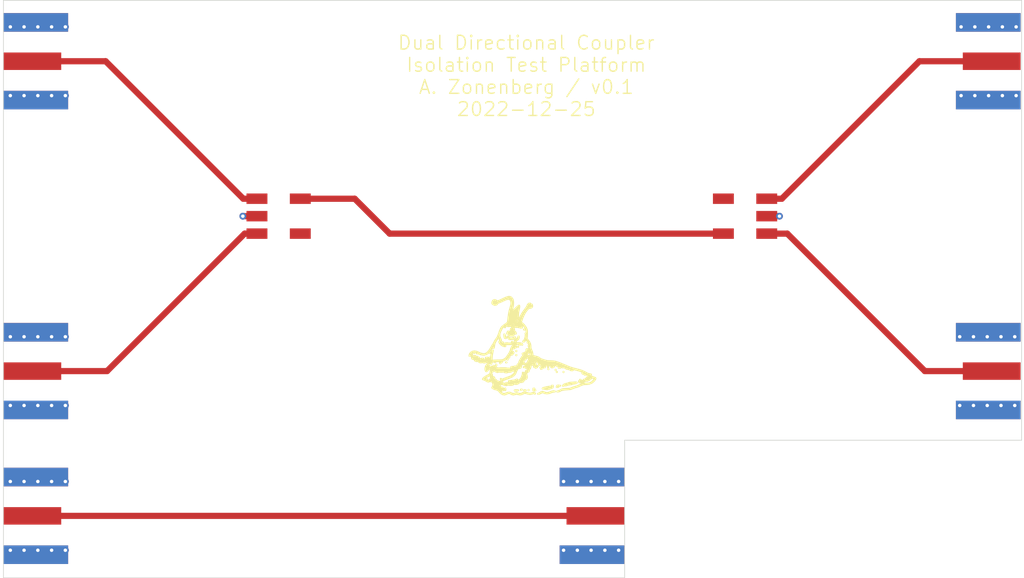
<source format=kicad_pcb>
(kicad_pcb (version 20211014) (generator pcbnew)
  (layers (0 "F.Cu" signal) (1 "In1.Cu" signal) (2 "In2.Cu" signal) (31 "B.Cu" signal) (34 "B.Paste" user) (35 "F.Paste" user) (36 "B.SilkS" user "B.Silkscreen") (37 "F.SilkS" user "F.Silkscreen") (38 "B.Mask" user) (39 "F.Mask" user) (44 "Edge.Cuts" user))
  (net 0 "")
  (net 1 "/THRU_A")
  (net 2 "/GND")
  (net 3 "/MON_A")
  (net 4 "/THRU_B")
  (net 5 "/MON_B")
  (net 6 "/2XTHRU")
  (net 7 "/THRU_MID")
  (footprint "azonenberg_pcb:COUPLER_MINICIRCUITS_DBTC16-282LX" (layer "F.Cu") (at 95 68.2 -90)
    (fp_text reference "U1" hide)
    (fp_text value "DBTC16-282LX+" hide)
    (pad "1" smd rect (at 1.27 1.575 270) (size 0.76 1.52) (layers "F.Cu" "F.Paste" "F.Mask") (net 3 "/MON_A"))
    (pad "2" smd rect (at 0 1.575 270) (size 0.76 1.52) (layers "F.Cu" "F.Paste" "F.Mask") (net 2 "/GND"))
    (pad "3" smd rect (at -1.27 1.575 270) (size 0.76 1.52) (layers "F.Cu" "F.Paste" "F.Mask") (net 1 "/THRU_A"))
    (pad "4" smd rect (at -1.27 -1.575 270) (size 0.76 1.52) (layers "F.Cu" "F.Paste" "F.Mask") (net 7 "/THRU_MID"))
    (pad "6" smd rect (at 1.27 -1.575 270) (size 0.76 1.52) (layers "F.Cu" "F.Paste" "F.Mask"))
  )
  (footprint "azonenberg_pcb:CONN_SMA_EDGE_SAMTEC_SMA_J_P_H_ST_EM1" (layer "F.Cu") (at 148.925 56.93 90)
    (fp_text reference "J4" hide)
    (fp_text value "SMA" hide)
    (pad "1" smd rect locked (at 0 -2.1 90) (size 1.27 4.2) (layers "F.Cu" "F.Paste" "F.Mask") (net 5 "/MON_B"))
    (pad "2" smd rect locked (at -2.825 -2.35 90) (size 1.35 4.7) (layers "F.Cu" "F.Paste" "F.Mask") (net 2 "/GND"))
    (pad "2" smd rect locked (at 2.825 -2.35 270) (size 1.35 4.7) (layers "B.Cu" "B.Mask") (net 2 "/GND"))
    (pad "2" smd rect locked (at -2.825 -2.35 90) (size 1.35 4.7) (layers "B.Cu" "B.Mask") (net 2 "/GND"))
    (pad "2" smd rect locked (at 2.825 -2.35 90) (size 1.35 4.7) (layers "F.Cu" "F.Paste" "F.Mask") (net 2 "/GND"))
  )
  (footprint "azonenberg_pcb:CONN_SMA_EDGE_SAMTEC_SMA_J_P_H_ST_EM1" (layer "F.Cu") (at 75 79.47 -90)
    (fp_text reference "J2" hide)
    (fp_text value "SMA" hide)
    (pad "1" smd rect locked (at 0 -2.1 270) (size 1.27 4.2) (layers "F.Cu" "F.Paste" "F.Mask") (net 3 "/MON_A"))
    (pad "2" smd rect locked (at -2.825 -2.35 270) (size 1.35 4.7) (layers "F.Cu" "F.Paste" "F.Mask") (net 2 "/GND"))
    (pad "2" smd rect locked (at -2.825 -2.35 270) (size 1.35 4.7) (layers "B.Cu" "B.Mask") (net 2 "/GND"))
    (pad "2" smd rect locked (at 2.825 -2.35 90) (size 1.35 4.7) (layers "B.Cu" "B.Mask") (net 2 "/GND"))
    (pad "2" smd rect locked (at 2.825 -2.35 270) (size 1.35 4.7) (layers "F.Cu" "F.Paste" "F.Mask") (net 2 "/GND"))
  )
  (footprint "azonenberg_pcb:CONN_SMA_EDGE_SAMTEC_SMA_J_P_H_ST_EM1" (layer "F.Cu") (at 75 56.93 -90)
    (fp_text reference "J1" hide)
    (fp_text value "SMA" hide)
    (pad "1" smd rect locked (at 0 -2.1 270) (size 1.27 4.2) (layers "F.Cu" "F.Paste" "F.Mask") (net 1 "/THRU_A"))
    (pad "2" smd rect locked (at -2.825 -2.35 270) (size 1.35 4.7) (layers "B.Cu" "B.Mask") (net 2 "/GND"))
    (pad "2" smd rect locked (at 2.825 -2.35 270) (size 1.35 4.7) (layers "F.Cu" "F.Paste" "F.Mask") (net 2 "/GND"))
    (pad "2" smd rect locked (at 2.825 -2.35 90) (size 1.35 4.7) (layers "B.Cu" "B.Mask") (net 2 "/GND"))
    (pad "2" smd rect locked (at -2.825 -2.35 270) (size 1.35 4.7) (layers "F.Cu" "F.Paste" "F.Mask") (net 2 "/GND"))
  )
  (footprint "azonenberg_pcb:CONN_SMA_EDGE_SAMTEC_SMA_J_P_H_ST_EM1" (layer "F.Cu") (at 120.125001 90 90)
    (fp_text reference "J5" hide)
    (fp_text value "SMA" hide)
    (pad "1" smd rect locked (at 0 -2.1 90) (size 1.27 4.2) (layers "F.Cu" "F.Paste" "F.Mask") (net 6 "/2XTHRU"))
    (pad "2" smd rect locked (at 2.825 -2.35 270) (size 1.35 4.7) (layers "B.Cu" "B.Mask") (net 2 "/GND"))
    (pad "2" smd rect locked (at -2.825 -2.35 90) (size 1.35 4.7) (layers "F.Cu" "F.Paste" "F.Mask") (net 2 "/GND"))
    (pad "2" smd rect locked (at -2.825 -2.35 90) (size 1.35 4.7) (layers "B.Cu" "B.Mask") (net 2 "/GND"))
    (pad "2" smd rect locked (at 2.825 -2.35 90) (size 1.35 4.7) (layers "F.Cu" "F.Paste" "F.Mask") (net 2 "/GND"))
  )
  (footprint "azonenberg_pcb:COUPLER_MINICIRCUITS_DBTC16-282LX" (layer "F.Cu") (at 128.9 68.2 90)
    (fp_text reference "U2" hide)
    (fp_text value "DBTC16-282LX+" hide)
    (pad "1" smd rect (at 1.27 1.575 90) (size 0.76 1.52) (layers "F.Cu" "F.Paste" "F.Mask") (net 5 "/MON_B"))
    (pad "2" smd rect (at 0 1.575 90) (size 0.76 1.52) (layers "F.Cu" "F.Paste" "F.Mask") (net 2 "/GND"))
    (pad "3" smd rect (at -1.27 1.575 90) (size 0.76 1.52) (layers "F.Cu" "F.Paste" "F.Mask") (net 4 "/THRU_B"))
    (pad "4" smd rect (at -1.27 -1.575 90) (size 0.76 1.52) (layers "F.Cu" "F.Paste" "F.Mask") (net 7 "/THRU_MID"))
    (pad "6" smd rect (at 1.27 -1.575 90) (size 0.76 1.52) (layers "F.Cu" "F.Paste" "F.Mask"))
  )
  (footprint "azonenberg_pcb:CONN_SMA_EDGE_SAMTEC_SMA_J_P_H_ST_EM1" (layer "F.Cu") (at 148.925 79.47 90)
    (fp_text reference "J3" hide)
    (fp_text value "SMA" hide)
    (pad "1" smd rect locked (at 0 -2.1 90) (size 1.27 4.2) (layers "F.Cu" "F.Paste" "F.Mask") (net 4 "/THRU_B"))
    (pad "2" smd rect locked (at 2.825 -2.35 270) (size 1.35 4.7) (layers "B.Cu" "B.Mask") (net 2 "/GND"))
    (pad "2" smd rect locked (at -2.825 -2.35 90) (size 1.35 4.7) (layers "F.Cu" "F.Paste" "F.Mask") (net 2 "/GND"))
    (pad "2" smd rect locked (at -2.825 -2.35 90) (size 1.35 4.7) (layers "B.Cu" "B.Mask") (net 2 "/GND"))
    (pad "2" smd rect locked (at 2.825 -2.35 90) (size 1.35 4.7) (layers "F.Cu" "F.Paste" "F.Mask") (net 2 "/GND"))
  )
  (footprint "azonenberg_pcb:LONGTHING-1200DPI" (layer "F.Cu") (at 114 78)
    (fp_text reference "G***" hide)
    (fp_text value "LOGO" hide)
  )
  (footprint "azonenberg_pcb:CONN_SMA_EDGE_SAMTEC_SMA_J_P_H_ST_EM1" (layer "F.Cu") (at 75 90 -90)
    (fp_text reference "J6" hide)
    (fp_text value "SMA" hide)
    (pad "1" smd rect locked (at 0 -2.1 270) (size 1.27 4.2) (layers "F.Cu" "F.Paste" "F.Mask") (net 6 "/2XTHRU"))
    (pad "2" smd rect locked (at -2.825 -2.35 270) (size 1.35 4.7) (layers "B.Cu" "B.Mask") (net 2 "/GND"))
    (pad "2" smd rect locked (at 2.825 -2.35 270) (size 1.35 4.7) (layers "F.Cu" "F.Paste" "F.Mask") (net 2 "/GND"))
    (pad "2" smd rect locked (at 2.825 -2.35 90) (size 1.35 4.7) (layers "B.Cu" "B.Mask") (net 2 "/GND"))
    (pad "2" smd rect locked (at -2.825 -2.35 270) (size 1.35 4.7) (layers "F.Cu" "F.Paste" "F.Mask") (net 2 "/GND"))
  )
  (gr_line (start 120.15 84.5) (end 149 84.5) (layer "Edge.Cuts") (width 0.05))
  (gr_line (start 149 52.5) (end 75 52.5) (layer "Edge.Cuts") (width 0.05))
  (gr_line (start 75 94.5) (end 120.15 94.5) (layer "Edge.Cuts") (width 0.05))
  (gr_line (start 120.15 94.5) (end 120.15 84.5) (layer "Edge.Cuts") (width 0.05))
  (gr_line (start 75 52.5) (end 75 94.5) (layer "Edge.Cuts") (width 0.05))
  (gr_line (start 149 84.5) (end 149 52.5) (layer "Edge.Cuts") (width 0.05))
  (gr_text "Dual Directional Coupler\nIsolation Test Platform\nA. Zonenberg / v0.1\n2022-12-25" (at 113 58) (layer "F.SilkS") (effects (font (size 1 1) (thickness 0.1))))
  (segment (start 82.43 56.93) (end 77.1 56.93) (width 0.45) (layer "F.Cu") (net 1))
  (segment (start 92.43 66.93) (end 82.43 56.93) (width 0.45) (layer "F.Cu") (net 1))
  (segment (start 93.425 66.93) (end 92.43 66.93) (width 0.45) (layer "F.Cu") (net 1))
  (segment (start 131.4 68.2) (end 130.475 68.2) (width 0.45) (layer "F.Cu") (net 2))
  (segment (start 93.425 68.2) (end 92.4 68.2) (width 0.45) (layer "F.Cu") (net 2))
  (via (at 76.5 59.43) (size 0.5) (drill 0.25) (layers "F.Cu" "B.Cu") (net 2))
  (via (at 144.5 76.97) (size 0.5) (drill 0.25) (layers "F.Cu" "B.Cu") (net 2))
  (via (at 116.71 87.5) (size 0.5) (drill 0.25) (layers "F.Cu" "B.Cu") (net 2))
  (via (at 76.5 92.5) (size 0.5) (drill 0.25) (layers "F.Cu" "B.Cu") (net 2))
  (via (at 78.5 87.5) (size 0.5) (drill 0.25) (layers "F.Cu" "B.Cu") (net 2))
  (via (at 116.71 92.5) (size 0.5) (drill 0.25) (layers "F.Cu" "B.Cu") (net 2))
  (via (at 145.6 54.43) (size 0.5) (drill 0.25) (layers "F.Cu" "B.Cu") (net 2))
  (via (at 131.4 68.2) (size 0.5) (drill 0.25) (layers "F.Cu" "B.Cu") (net 2))
  (via (at 79.5 59.43) (size 0.5) (drill 0.25) (layers "F.Cu" "B.Cu") (net 2))
  (via (at 144.6 59.43) (size 0.5) (drill 0.25) (layers "F.Cu" "B.Cu") (net 2))
  (via (at 79.5 87.5) (size 0.5) (drill 0.25) (layers "F.Cu" "B.Cu") (net 2))
  (via (at 75.5 87.5) (size 0.5) (drill 0.25) (layers "F.Cu" "B.Cu") (net 2))
  (via (at 76.5 54.43) (size 0.5) (drill 0.25) (layers "F.Cu" "B.Cu") (net 2))
  (via (at 146.6 54.43) (size 0.5) (drill 0.25) (layers "F.Cu" "B.Cu") (net 2))
  (via (at 118.71 92.5) (size 0.5) (drill 0.25) (layers "F.Cu" "B.Cu") (net 2))
  (via (at 146.5 81.97) (size 0.5) (drill 0.25) (layers "F.Cu" "B.Cu") (net 2))
  (via (at 119.71 87.5) (size 0.5) (drill 0.25) (layers "F.Cu" "B.Cu") (net 2))
  (via (at 77.5 92.5) (size 0.5) (drill 0.25) (layers "F.Cu" "B.Cu") (net 2))
  (via (at 78.5 92.5) (size 0.5) (drill 0.25) (layers "F.Cu" "B.Cu") (net 2))
  (via (at 115.71 92.5) (size 0.5) (drill 0.25) (layers "F.Cu" "B.Cu") (net 2))
  (via (at 92.4 68.2) (size 0.5) (drill 0.25) (layers "F.Cu" "B.Cu") (net 2))
  (via (at 147.6 59.43) (size 0.5) (drill 0.25) (layers "F.Cu" "B.Cu") (net 2))
  (via (at 75.5 92.5) (size 0.5) (drill 0.25) (layers "F.Cu" "B.Cu") (net 2))
  (via (at 117.71 92.5) (size 0.5) (drill 0.25) (layers "F.Cu" "B.Cu") (net 2))
  (via (at 115.71 87.5) (size 0.5) (drill 0.25) (layers "F.Cu" "B.Cu") (net 2))
  (via (at 75.5 54.43) (size 0.5) (drill 0.25) (layers "F.Cu" "B.Cu") (net 2))
  (via (at 78.5 81.97) (size 0.5) (drill 0.25) (layers "F.Cu" "B.Cu") (net 2))
  (via (at 145.5 76.97) (size 0.5) (drill 0.25) (layers "F.Cu" "B.Cu") (net 2))
  (via (at 79.5 76.97) (size 0.5) (drill 0.25) (layers "F.Cu" "B.Cu") (net 2))
  (via (at 148.6 54.43) (size 0.5) (drill 0.25) (layers "F.Cu" "B.Cu") (net 2))
  (via (at 79.5 54.43) (size 0.5) (drill 0.25) (layers "F.Cu" "B.Cu") (net 2))
  (via (at 119.71 92.5) (size 0.5) (drill 0.25) (layers "F.Cu" "B.Cu") (net 2))
  (via (at 76.5 76.97) (size 0.5) (drill 0.25) (layers "F.Cu" "B.Cu") (net 2))
  (via (at 148.5 81.97) (size 0.5) (drill 0.25) (layers "F.Cu" "B.Cu") (net 2))
  (via (at 78.5 76.97) (size 0.5) (drill 0.25) (layers "F.Cu" "B.Cu") (net 2))
  (via (at 77.5 76.97) (size 0.5) (drill 0.25) (layers "F.Cu" "B.Cu") (net 2))
  (via (at 145.5 81.97) (size 0.5) (drill 0.25) (layers "F.Cu" "B.Cu") (net 2))
  (via (at 75.5 59.43) (size 0.5) (drill 0.25) (layers "F.Cu" "B.Cu") (net 2))
  (via (at 75.5 76.97) (size 0.5) (drill 0.25) (layers "F.Cu" "B.Cu") (net 2))
  (via (at 77.5 87.5) (size 0.5) (drill 0.25) (layers "F.Cu" "B.Cu") (net 2))
  (via (at 75.5 81.97) (size 0.5) (drill 0.25) (layers "F.Cu" "B.Cu") (net 2))
  (via (at 146.6 59.43) (size 0.5) (drill 0.25) (layers "F.Cu" "B.Cu") (net 2))
  (via (at 148.5 76.97) (size 0.5) (drill 0.25) (layers "F.Cu" "B.Cu") (net 2))
  (via (at 77.5 59.43) (size 0.5) (drill 0.25) (layers "F.Cu" "B.Cu") (net 2))
  (via (at 78.5 54.43) (size 0.5) (drill 0.25) (layers "F.Cu" "B.Cu") (net 2))
  (via (at 78.5 59.43) (size 0.5) (drill 0.25) (layers "F.Cu" "B.Cu") (net 2))
  (via (at 148.6 59.43) (size 0.5) (drill 0.25) (layers "F.Cu" "B.Cu") (net 2))
  (via (at 144.5 81.97) (size 0.5) (drill 0.25) (layers "F.Cu" "B.Cu") (net 2))
  (via (at 144.6 54.43) (size 0.5) (drill 0.25) (layers "F.Cu" "B.Cu") (net 2))
  (via (at 147.6 54.43) (size 0.5) (drill 0.25) (layers "F.Cu" "B.Cu") (net 2))
  (via (at 117.71 87.5) (size 0.5) (drill 0.25) (layers "F.Cu" "B.Cu") (net 2))
  (via (at 77.5 54.43) (size 0.5) (drill 0.25) (layers "F.Cu" "B.Cu") (net 2))
  (via (at 76.5 87.5) (size 0.5) (drill 0.25) (layers "F.Cu" "B.Cu") (net 2))
  (via (at 118.71 87.5) (size 0.5) (drill 0.25) (layers "F.Cu" "B.Cu") (net 2))
  (via (at 76.5 81.97) (size 0.5) (drill 0.25) (layers "F.Cu" "B.Cu") (net 2))
  (via (at 77.5 81.97) (size 0.5) (drill 0.25) (layers "F.Cu" "B.Cu") (net 2))
  (via (at 146.5 76.97) (size 0.5) (drill 0.25) (layers "F.Cu" "B.Cu") (net 2))
  (via (at 145.6 59.43) (size 0.5) (drill 0.25) (layers "F.Cu" "B.Cu") (net 2))
  (via (at 147.5 76.97) (size 0.5) (drill 0.25) (layers "F.Cu" "B.Cu") (net 2))
  (via (at 147.5 81.97) (size 0.5) (drill 0.25) (layers "F.Cu" "B.Cu") (net 2))
  (via (at 79.5 92.5) (size 0.5) (drill 0.25) (layers "F.Cu" "B.Cu") (net 2))
  (via (at 79.5 81.97) (size 0.5) (drill 0.25) (layers "F.Cu" "B.Cu") (net 2))
  (segment (start 92.53 69.47) (end 82.53 79.47) (width 0.45) (layer "F.Cu") (net 3))
  (segment (start 93.425 69.47) (end 92.53 69.47) (width 0.45) (layer "F.Cu") (net 3))
  (segment (start 82.53 79.47) (end 77.1 79.47) (width 0.45) (layer "F.Cu") (net 3))
  (segment (start 146.845001 79.44) (end 146.875001 79.47) (width 0.45) (layer "F.Cu") (net 4))
  (segment (start 131.97 69.47) (end 141.97 79.47) (width 0.45) (layer "F.Cu") (net 4))
  (segment (start 141.97 79.47) (end 146.825 79.47) (width 0.45) (layer "F.Cu") (net 4))
  (segment (start 130.475 69.47) (end 131.97 69.47) (width 0.45) (layer "F.Cu") (net 4))
  (segment (start 146.595001 79.44) (end 146.625001 79.47) (width 0.45) (layer "F.Cu") (net 4))
  (segment (start 130.475 66.93) (end 131.57 66.93) (width 0.45) (layer "F.Cu") (net 5))
  (segment (start 131.57 66.93) (end 141.57 56.93) (width 0.45) (layer "F.Cu") (net 5))
  (segment (start 141.57 56.93) (end 146.825 56.93) (width 0.45) (layer "F.Cu") (net 5))
  (segment (start 77.1 90) (end 118.025001 90) (width 0.45) (layer "F.Cu") (net 6))
  (segment (start 100.53 66.93) (end 103.07 69.47) (width 0.45) (layer "F.Cu") (net 7))
  (segment (start 103.07 69.47) (end 127.325 69.47) (width 0.45) (layer "F.Cu") (net 7))
  (segment (start 96.575 66.93) (end 100.53 66.93) (width 0.45) (layer "F.Cu") (net 7))
)
</source>
